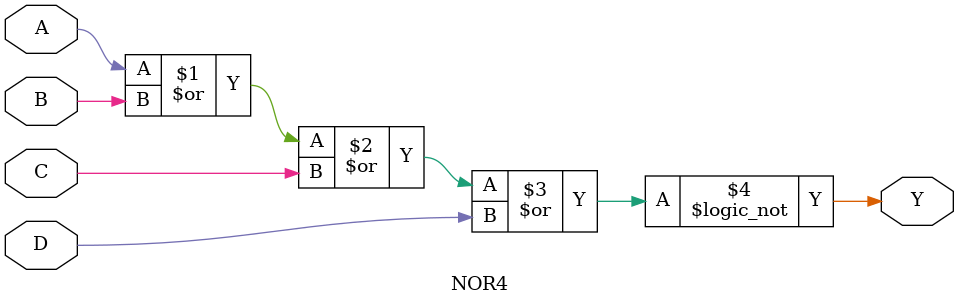
<source format=v>
module NOR4 (
	input A, B, C, D,
	output Y
);
	assign Y = !(A | B | C | D);
endmodule
</source>
